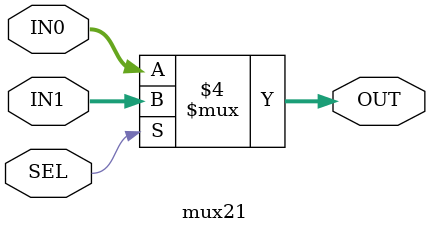
<source format=sv>
module mux21 (
    input wire SEL,
    input wire [31:0] IN0,IN1,
    output reg [31:0] OUT
);

always_comb begin 
    if(!SEL)
        OUT=IN0;
    else 
        OUT=IN1;
end
    
endmodule
</source>
